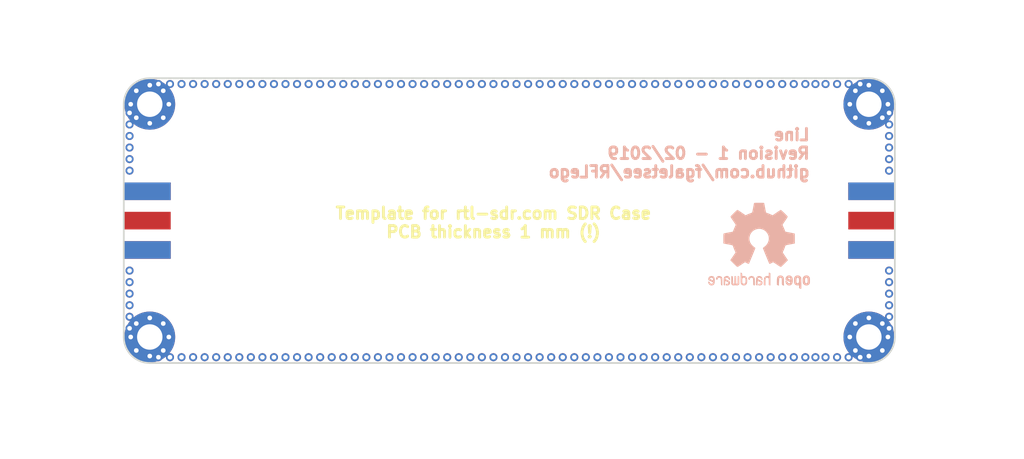
<source format=kicad_pcb>
(kicad_pcb (version 20171130) (host pcbnew "(5.0.1-3-g963ef8bb5)")

  (general
    (thickness 1.6)
    (drawings 36)
    (tracks 148)
    (zones 0)
    (modules 7)
    (nets 2)
  )

  (page A4)
  (layers
    (0 F.Cu signal)
    (31 B.Cu signal)
    (32 B.Adhes user)
    (33 F.Adhes user)
    (34 B.Paste user)
    (35 F.Paste user)
    (36 B.SilkS user)
    (37 F.SilkS user)
    (38 B.Mask user)
    (39 F.Mask user)
    (40 Dwgs.User user)
    (41 Cmts.User user)
    (42 Eco1.User user)
    (43 Eco2.User user)
    (44 Edge.Cuts user)
    (45 Margin user)
    (46 B.CrtYd user)
    (47 F.CrtYd user)
    (48 B.Fab user)
    (49 F.Fab user hide)
  )

  (setup
    (last_trace_width 0.22)
    (trace_clearance 0.2)
    (zone_clearance 0)
    (zone_45_only no)
    (trace_min 0.2)
    (segment_width 0.15)
    (edge_width 0.15)
    (via_size 0.7)
    (via_drill 0.4)
    (via_min_size 0.6)
    (via_min_drill 0.3)
    (uvia_size 0.3)
    (uvia_drill 0.1)
    (uvias_allowed no)
    (uvia_min_size 0.2)
    (uvia_min_drill 0.1)
    (pcb_text_width 0.3)
    (pcb_text_size 1.5 1.5)
    (mod_edge_width 0.15)
    (mod_text_size 1 1)
    (mod_text_width 0.15)
    (pad_size 4.064 1.524)
    (pad_drill 0)
    (pad_to_mask_clearance 0.051)
    (solder_mask_min_width 0.25)
    (aux_axis_origin 100 100)
    (grid_origin 100 100)
    (visible_elements FFFFFF7F)
    (pcbplotparams
      (layerselection 0x010fc_ffffffff)
      (usegerberextensions false)
      (usegerberattributes false)
      (usegerberadvancedattributes false)
      (creategerberjobfile false)
      (excludeedgelayer true)
      (linewidth 0.100000)
      (plotframeref false)
      (viasonmask false)
      (mode 1)
      (useauxorigin true)
      (hpglpennumber 1)
      (hpglpenspeed 20)
      (hpglpendiameter 15.000000)
      (psnegative false)
      (psa4output false)
      (plotreference true)
      (plotvalue true)
      (plotinvisibletext false)
      (padsonsilk false)
      (subtractmaskfromsilk false)
      (outputformat 1)
      (mirror false)
      (drillshape 0)
      (scaleselection 1)
      (outputdirectory ""))
  )

  (net 0 "")
  (net 1 GND)

  (net_class Default "This is the default net class."
    (clearance 0.2)
    (trace_width 0.22)
    (via_dia 0.7)
    (via_drill 0.4)
    (uvia_dia 0.3)
    (uvia_drill 0.1)
    (diff_pair_gap 0.2)
    (diff_pair_width 0.2)
    (add_net GND)
  )

  (net_class "50 Ohm thin" ""
    (clearance 0.17)
    (trace_width 1)
    (via_dia 0.7)
    (via_drill 0.4)
    (uvia_dia 0.3)
    (uvia_drill 0.1)
    (diff_pair_gap 0.2)
    (diff_pair_width 0.2)
  )

  (net_class 50Ohm ""
    (clearance 0.4)
    (trace_width 1.5)
    (via_dia 0.7)
    (via_drill 0.4)
    (uvia_dia 0.3)
    (uvia_drill 0.1)
    (diff_pair_gap 0.2)
    (diff_pair_width 0.2)
  )

  (module MountingHole:MountingHole_2.2mm_M2_Pad_Via (layer F.Cu) (tedit 5C589B5C) (tstamp 5C654A6F)
    (at 102.25 102.25)
    (descr "Mounting Hole 2.2mm, M2")
    (tags "mounting hole 2.2mm m2")
    (path /5C581276)
    (attr virtual)
    (fp_text reference H1 (at 0 -3.2) (layer F.SilkS) hide
      (effects (font (size 1 1) (thickness 0.15)))
    )
    (fp_text value MountingHole_Pad (at 0 3.2) (layer F.Fab)
      (effects (font (size 1 1) (thickness 0.15)))
    )
    (fp_text user %R (at 0.3 0) (layer F.Fab)
      (effects (font (size 1 1) (thickness 0.15)))
    )
    (fp_circle (center 0 0) (end 2.2 0) (layer Cmts.User) (width 0.15))
    (fp_circle (center 0 0) (end 2.45 0) (layer F.CrtYd) (width 0.05))
    (pad 1 thru_hole circle (at 0 0) (size 4.4 4.4) (drill 2.2) (layers *.Cu *.Mask)
      (net 1 GND))
    (pad 1 thru_hole circle (at 1.65 0) (size 0.7 0.7) (drill 0.4) (layers *.Cu *.Mask)
      (net 1 GND))
    (pad 1 thru_hole circle (at 1.166726 1.166726) (size 0.7 0.7) (drill 0.4) (layers *.Cu *.Mask)
      (net 1 GND))
    (pad 1 thru_hole circle (at 0 1.65) (size 0.7 0.7) (drill 0.4) (layers *.Cu *.Mask)
      (net 1 GND))
    (pad 1 thru_hole circle (at -1.166726 1.166726) (size 0.7 0.7) (drill 0.4) (layers *.Cu *.Mask)
      (net 1 GND))
    (pad 1 thru_hole circle (at -1.65 0) (size 0.7 0.7) (drill 0.4) (layers *.Cu *.Mask)
      (net 1 GND))
    (pad 1 thru_hole circle (at -1.166726 -1.166726) (size 0.7 0.7) (drill 0.4) (layers *.Cu *.Mask)
      (net 1 GND))
    (pad 1 thru_hole circle (at 0 -1.65) (size 0.7 0.7) (drill 0.4) (layers *.Cu *.Mask)
      (net 1 GND))
    (pad 1 thru_hole circle (at 1.166726 -1.166726) (size 0.7 0.7) (drill 0.4) (layers *.Cu *.Mask)
      (net 1 GND))
  )

  (module MountingHole:MountingHole_2.2mm_M2_Pad_Via (layer F.Cu) (tedit 5C589B60) (tstamp 5C654BAF)
    (at 102.25 122.4)
    (descr "Mounting Hole 2.2mm, M2")
    (tags "mounting hole 2.2mm m2")
    (path /5C58129C)
    (attr virtual)
    (fp_text reference H2 (at 0 -3.2) (layer F.SilkS) hide
      (effects (font (size 1 1) (thickness 0.15)))
    )
    (fp_text value MountingHole_Pad (at 0 3.2) (layer F.Fab)
      (effects (font (size 1 1) (thickness 0.15)))
    )
    (fp_circle (center 0 0) (end 2.45 0) (layer F.CrtYd) (width 0.05))
    (fp_circle (center 0 0) (end 2.2 0) (layer Cmts.User) (width 0.15))
    (fp_text user %R (at 0.3 0) (layer F.Fab)
      (effects (font (size 1 1) (thickness 0.15)))
    )
    (pad 1 thru_hole circle (at 1.166726 -1.166726) (size 0.7 0.7) (drill 0.4) (layers *.Cu *.Mask)
      (net 1 GND))
    (pad 1 thru_hole circle (at 0 -1.65) (size 0.7 0.7) (drill 0.4) (layers *.Cu *.Mask)
      (net 1 GND))
    (pad 1 thru_hole circle (at -1.166726 -1.166726) (size 0.7 0.7) (drill 0.4) (layers *.Cu *.Mask)
      (net 1 GND))
    (pad 1 thru_hole circle (at -1.65 0) (size 0.7 0.7) (drill 0.4) (layers *.Cu *.Mask)
      (net 1 GND))
    (pad 1 thru_hole circle (at -1.166726 1.166726) (size 0.7 0.7) (drill 0.4) (layers *.Cu *.Mask)
      (net 1 GND))
    (pad 1 thru_hole circle (at 0 1.65) (size 0.7 0.7) (drill 0.4) (layers *.Cu *.Mask)
      (net 1 GND))
    (pad 1 thru_hole circle (at 1.166726 1.166726) (size 0.7 0.7) (drill 0.4) (layers *.Cu *.Mask)
      (net 1 GND))
    (pad 1 thru_hole circle (at 1.65 0) (size 0.7 0.7) (drill 0.4) (layers *.Cu *.Mask)
      (net 1 GND))
    (pad 1 thru_hole circle (at 0 0) (size 4.4 4.4) (drill 2.2) (layers *.Cu *.Mask)
      (net 1 GND))
  )

  (module MountingHole:MountingHole_2.2mm_M2_Pad_Via (layer F.Cu) (tedit 5C589B6A) (tstamp 5C654A8F)
    (at 164.5 102.25)
    (descr "Mounting Hole 2.2mm, M2")
    (tags "mounting hole 2.2mm m2")
    (path /5C589BDE)
    (attr virtual)
    (fp_text reference H3 (at 0 -3.2) (layer F.SilkS) hide
      (effects (font (size 1 1) (thickness 0.15)))
    )
    (fp_text value MountingHole_Pad (at 0 3.2) (layer F.Fab)
      (effects (font (size 1 1) (thickness 0.15)))
    )
    (fp_text user %R (at 0.3 0) (layer F.Fab)
      (effects (font (size 1 1) (thickness 0.15)))
    )
    (fp_circle (center 0 0) (end 2.2 0) (layer Cmts.User) (width 0.15))
    (fp_circle (center 0 0) (end 2.45 0) (layer F.CrtYd) (width 0.05))
    (pad 1 thru_hole circle (at 0 0) (size 4.4 4.4) (drill 2.2) (layers *.Cu *.Mask)
      (net 1 GND))
    (pad 1 thru_hole circle (at 1.65 0) (size 0.7 0.7) (drill 0.4) (layers *.Cu *.Mask)
      (net 1 GND))
    (pad 1 thru_hole circle (at 1.166726 1.166726) (size 0.7 0.7) (drill 0.4) (layers *.Cu *.Mask)
      (net 1 GND))
    (pad 1 thru_hole circle (at 0 1.65) (size 0.7 0.7) (drill 0.4) (layers *.Cu *.Mask)
      (net 1 GND))
    (pad 1 thru_hole circle (at -1.166726 1.166726) (size 0.7 0.7) (drill 0.4) (layers *.Cu *.Mask)
      (net 1 GND))
    (pad 1 thru_hole circle (at -1.65 0) (size 0.7 0.7) (drill 0.4) (layers *.Cu *.Mask)
      (net 1 GND))
    (pad 1 thru_hole circle (at -1.166726 -1.166726) (size 0.7 0.7) (drill 0.4) (layers *.Cu *.Mask)
      (net 1 GND))
    (pad 1 thru_hole circle (at 0 -1.65) (size 0.7 0.7) (drill 0.4) (layers *.Cu *.Mask)
      (net 1 GND))
    (pad 1 thru_hole circle (at 1.166726 -1.166726) (size 0.7 0.7) (drill 0.4) (layers *.Cu *.Mask)
      (net 1 GND))
  )

  (module MountingHole:MountingHole_2.2mm_M2_Pad_Via (layer F.Cu) (tedit 5C589B67) (tstamp 5C654A9F)
    (at 164.5 122.4)
    (descr "Mounting Hole 2.2mm, M2")
    (tags "mounting hole 2.2mm m2")
    (path /5C589CB1)
    (attr virtual)
    (fp_text reference H4 (at 0 -3.2) (layer F.SilkS) hide
      (effects (font (size 1 1) (thickness 0.15)))
    )
    (fp_text value MountingHole_Pad (at 0 3.2) (layer F.Fab)
      (effects (font (size 1 1) (thickness 0.15)))
    )
    (fp_circle (center 0 0) (end 2.45 0) (layer F.CrtYd) (width 0.05))
    (fp_circle (center 0 0) (end 2.2 0) (layer Cmts.User) (width 0.15))
    (fp_text user %R (at 0.3 0) (layer F.Fab)
      (effects (font (size 1 1) (thickness 0.15)))
    )
    (pad 1 thru_hole circle (at 1.166726 -1.166726) (size 0.7 0.7) (drill 0.4) (layers *.Cu *.Mask)
      (net 1 GND))
    (pad 1 thru_hole circle (at 0 -1.65) (size 0.7 0.7) (drill 0.4) (layers *.Cu *.Mask)
      (net 1 GND))
    (pad 1 thru_hole circle (at -1.166726 -1.166726) (size 0.7 0.7) (drill 0.4) (layers *.Cu *.Mask)
      (net 1 GND))
    (pad 1 thru_hole circle (at -1.65 0) (size 0.7 0.7) (drill 0.4) (layers *.Cu *.Mask)
      (net 1 GND))
    (pad 1 thru_hole circle (at -1.166726 1.166726) (size 0.7 0.7) (drill 0.4) (layers *.Cu *.Mask)
      (net 1 GND))
    (pad 1 thru_hole circle (at 0 1.65) (size 0.7 0.7) (drill 0.4) (layers *.Cu *.Mask)
      (net 1 GND))
    (pad 1 thru_hole circle (at 1.166726 1.166726) (size 0.7 0.7) (drill 0.4) (layers *.Cu *.Mask)
      (net 1 GND))
    (pad 1 thru_hole circle (at 1.65 0) (size 0.7 0.7) (drill 0.4) (layers *.Cu *.Mask)
      (net 1 GND))
    (pad 1 thru_hole circle (at 0 0) (size 4.4 4.4) (drill 2.2) (layers *.Cu *.Mask)
      (net 1 GND))
  )

  (module RFLego_Footprint:SMA_Edge (layer F.Cu) (tedit 5C589B63) (tstamp 5C654AA8)
    (at 100 112.325)
    (path /5C58165C)
    (fp_text reference J1 (at 2.1336 4.6482) (layer F.SilkS) hide
      (effects (font (size 1 1) (thickness 0.15)))
    )
    (fp_text value SMA (at 1.27 6.35) (layer F.Fab) hide
      (effects (font (size 1 1) (thickness 0.15)))
    )
    (pad 1 smd rect (at 2.032 0) (size 4.064 1.524) (layers F.Cu F.Mask))
    (pad 2 smd rect (at 2.032 -2.54) (size 4.064 1.524) (layers F.Cu F.Mask)
      (net 1 GND))
    (pad 2 smd rect (at 2.032 2.54) (size 4.064 1.524) (layers B.Cu B.Mask)
      (net 1 GND))
    (pad 2 smd rect (at 2.032 -2.54) (size 4.064 1.524) (layers B.Cu B.Mask)
      (net 1 GND))
    (pad 2 smd rect (at 2.032 2.54) (size 4.064 1.524) (layers F.Cu F.Mask)
      (net 1 GND))
  )

  (module RFLego_Footprint:SMA_Edge (layer F.Cu) (tedit 5C58AA95) (tstamp 5C654AB1)
    (at 162.718 112.325)
    (path /5C581B40)
    (fp_text reference J2 (at 2.1336 4.6482) (layer F.SilkS) hide
      (effects (font (size 1 1) (thickness 0.15)))
    )
    (fp_text value SMA (at 1.27 6.35) (layer F.Fab) hide
      (effects (font (size 1 1) (thickness 0.15)))
    )
    (pad 2 smd rect (at 2.032 2.54) (size 4.064 1.524) (layers F.Cu F.Mask)
      (net 1 GND))
    (pad 2 smd rect (at 2.032 -2.54) (size 4.064 1.524) (layers B.Cu B.Mask)
      (net 1 GND))
    (pad 2 smd rect (at 2.032 2.54) (size 4.064 1.524) (layers B.Cu B.Mask)
      (net 1 GND))
    (pad 2 smd rect (at 2.032 -2.54) (size 4.064 1.524) (layers F.Cu F.Mask)
      (net 1 GND))
    (pad 1 smd rect (at 2.032 0) (size 4.064 1.524) (layers F.Cu F.Mask))
  )

  (module Symbol:OSHW-Logo2_9.8x8mm_SilkScreen (layer B.Cu) (tedit 0) (tstamp 5C71C66D)
    (at 155 114.5 180)
    (descr "Open Source Hardware Symbol")
    (tags "Logo Symbol OSHW")
    (attr virtual)
    (fp_text reference REF** (at 0 0 180) (layer B.SilkS) hide
      (effects (font (size 1 1) (thickness 0.15)) (justify mirror))
    )
    (fp_text value OSHW-Logo2_9.8x8mm_SilkScreen (at 0.75 0 180) (layer B.Fab) hide
      (effects (font (size 1 1) (thickness 0.15)) (justify mirror))
    )
    (fp_poly (pts (xy 0.139878 3.712224) (xy 0.245612 3.711645) (xy 0.322132 3.710078) (xy 0.374372 3.707028)
      (xy 0.407263 3.702004) (xy 0.425737 3.694511) (xy 0.434727 3.684056) (xy 0.439163 3.670147)
      (xy 0.439594 3.668346) (xy 0.446333 3.635855) (xy 0.458808 3.571748) (xy 0.475719 3.482849)
      (xy 0.495771 3.375981) (xy 0.517664 3.257967) (xy 0.518429 3.253822) (xy 0.540359 3.138169)
      (xy 0.560877 3.035986) (xy 0.578659 2.953402) (xy 0.592381 2.896544) (xy 0.600718 2.871542)
      (xy 0.601116 2.871099) (xy 0.625677 2.85889) (xy 0.676315 2.838544) (xy 0.742095 2.814455)
      (xy 0.742461 2.814326) (xy 0.825317 2.783182) (xy 0.923 2.743509) (xy 1.015077 2.703619)
      (xy 1.019434 2.701647) (xy 1.169407 2.63358) (xy 1.501498 2.860361) (xy 1.603374 2.929496)
      (xy 1.695657 2.991303) (xy 1.773003 3.042267) (xy 1.830064 3.078873) (xy 1.861495 3.097606)
      (xy 1.864479 3.098996) (xy 1.887321 3.09281) (xy 1.929982 3.062965) (xy 1.994128 3.008053)
      (xy 2.081421 2.926666) (xy 2.170535 2.840078) (xy 2.256441 2.754753) (xy 2.333327 2.676892)
      (xy 2.396564 2.611303) (xy 2.441523 2.562795) (xy 2.463576 2.536175) (xy 2.464396 2.534805)
      (xy 2.466834 2.516537) (xy 2.45765 2.486705) (xy 2.434574 2.441279) (xy 2.395337 2.37623)
      (xy 2.33767 2.28753) (xy 2.260795 2.173343) (xy 2.19257 2.072838) (xy 2.131582 1.982697)
      (xy 2.081356 1.908151) (xy 2.045416 1.854435) (xy 2.027287 1.826782) (xy 2.026146 1.824905)
      (xy 2.028359 1.79841) (xy 2.045138 1.746914) (xy 2.073142 1.680149) (xy 2.083122 1.658828)
      (xy 2.126672 1.563841) (xy 2.173134 1.456063) (xy 2.210877 1.362808) (xy 2.238073 1.293594)
      (xy 2.259675 1.240994) (xy 2.272158 1.213503) (xy 2.273709 1.211384) (xy 2.296668 1.207876)
      (xy 2.350786 1.198262) (xy 2.428868 1.183911) (xy 2.523719 1.166193) (xy 2.628143 1.146475)
      (xy 2.734944 1.126126) (xy 2.836926 1.106514) (xy 2.926894 1.089009) (xy 2.997653 1.074978)
      (xy 3.042006 1.065791) (xy 3.052885 1.063193) (xy 3.064122 1.056782) (xy 3.072605 1.042303)
      (xy 3.078714 1.014867) (xy 3.082832 0.969589) (xy 3.085341 0.90158) (xy 3.086621 0.805953)
      (xy 3.087054 0.67782) (xy 3.087077 0.625299) (xy 3.087077 0.198155) (xy 2.9845 0.177909)
      (xy 2.927431 0.16693) (xy 2.842269 0.150905) (xy 2.739372 0.131767) (xy 2.629096 0.111449)
      (xy 2.598615 0.105868) (xy 2.496855 0.086083) (xy 2.408205 0.066627) (xy 2.340108 0.049303)
      (xy 2.300004 0.035912) (xy 2.293323 0.031921) (xy 2.276919 0.003658) (xy 2.253399 -0.051109)
      (xy 2.227316 -0.121588) (xy 2.222142 -0.136769) (xy 2.187956 -0.230896) (xy 2.145523 -0.337101)
      (xy 2.103997 -0.432473) (xy 2.103792 -0.432916) (xy 2.03464 -0.582525) (xy 2.489512 -1.251617)
      (xy 2.1975 -1.544116) (xy 2.10918 -1.63117) (xy 2.028625 -1.707909) (xy 1.96036 -1.770237)
      (xy 1.908908 -1.814056) (xy 1.878794 -1.83527) (xy 1.874474 -1.836616) (xy 1.849111 -1.826016)
      (xy 1.797358 -1.796547) (xy 1.724868 -1.751705) (xy 1.637294 -1.694984) (xy 1.542612 -1.631462)
      (xy 1.446516 -1.566668) (xy 1.360837 -1.510287) (xy 1.291016 -1.465788) (xy 1.242494 -1.436639)
      (xy 1.220782 -1.426308) (xy 1.194293 -1.43505) (xy 1.144062 -1.458087) (xy 1.080451 -1.490631)
      (xy 1.073708 -1.494249) (xy 0.988046 -1.53721) (xy 0.929306 -1.558279) (xy 0.892772 -1.558503)
      (xy 0.873731 -1.538928) (xy 0.87362 -1.538654) (xy 0.864102 -1.515472) (xy 0.841403 -1.460441)
      (xy 0.807282 -1.377822) (xy 0.7635 -1.271872) (xy 0.711816 -1.146852) (xy 0.653992 -1.00702)
      (xy 0.597991 -0.871637) (xy 0.536447 -0.722234) (xy 0.479939 -0.583832) (xy 0.430161 -0.460673)
      (xy 0.388806 -0.357002) (xy 0.357568 -0.277059) (xy 0.338141 -0.225088) (xy 0.332154 -0.205692)
      (xy 0.347168 -0.183443) (xy 0.386439 -0.147982) (xy 0.438807 -0.108887) (xy 0.587941 0.014755)
      (xy 0.704511 0.156478) (xy 0.787118 0.313296) (xy 0.834366 0.482225) (xy 0.844857 0.660278)
      (xy 0.837231 0.742461) (xy 0.795682 0.912969) (xy 0.724123 1.063541) (xy 0.626995 1.192691)
      (xy 0.508734 1.298936) (xy 0.37378 1.38079) (xy 0.226571 1.436768) (xy 0.071544 1.465385)
      (xy -0.086861 1.465156) (xy -0.244206 1.434595) (xy -0.396054 1.372218) (xy -0.537965 1.27654)
      (xy -0.597197 1.222428) (xy -0.710797 1.08348) (xy -0.789894 0.931639) (xy -0.835014 0.771333)
      (xy -0.846684 0.606988) (xy -0.825431 0.443029) (xy -0.77178 0.283882) (xy -0.68626 0.133975)
      (xy -0.569395 -0.002267) (xy -0.438807 -0.108887) (xy -0.384412 -0.149642) (xy -0.345986 -0.184718)
      (xy -0.332154 -0.205726) (xy -0.339397 -0.228635) (xy -0.359995 -0.283365) (xy -0.392254 -0.365672)
      (xy -0.434479 -0.471315) (xy -0.484977 -0.59605) (xy -0.542052 -0.735636) (xy -0.598146 -0.87167)
      (xy -0.660033 -1.021201) (xy -0.717356 -1.159767) (xy -0.768356 -1.283107) (xy -0.811273 -1.386964)
      (xy -0.844347 -1.46708) (xy -0.865819 -1.519195) (xy -0.873775 -1.538654) (xy -0.892571 -1.558423)
      (xy -0.928926 -1.558365) (xy -0.987521 -1.537441) (xy -1.073032 -1.494613) (xy -1.073708 -1.494249)
      (xy -1.138093 -1.461012) (xy -1.190139 -1.436802) (xy -1.219488 -1.426404) (xy -1.220783 -1.426308)
      (xy -1.242876 -1.436855) (xy -1.291652 -1.466184) (xy -1.361669 -1.510827) (xy -1.447486 -1.567314)
      (xy -1.542612 -1.631462) (xy -1.63946 -1.696411) (xy -1.726747 -1.752896) (xy -1.798819 -1.797421)
      (xy -1.850023 -1.82649) (xy -1.874474 -1.836616) (xy -1.89699 -1.823307) (xy -1.942258 -1.786112)
      (xy -2.005756 -1.729128) (xy -2.082961 -1.656449) (xy -2.169349 -1.572171) (xy -2.197601 -1.544016)
      (xy -2.489713 -1.251416) (xy -2.267369 -0.925104) (xy -2.199798 -0.824897) (xy -2.140493 -0.734963)
      (xy -2.092783 -0.66051) (xy -2.059993 -0.606751) (xy -2.045452 -0.578894) (xy -2.045026 -0.576912)
      (xy -2.052692 -0.550655) (xy -2.073311 -0.497837) (xy -2.103315 -0.42731) (xy -2.124375 -0.380093)
      (xy -2.163752 -0.289694) (xy -2.200835 -0.198366) (xy -2.229585 -0.1212) (xy -2.237395 -0.097692)
      (xy -2.259583 -0.034916) (xy -2.281273 0.013589) (xy -2.293187 0.031921) (xy -2.319477 0.043141)
      (xy -2.376858 0.059046) (xy -2.457882 0.077833) (xy -2.555105 0.097701) (xy -2.598615 0.105868)
      (xy -2.709104 0.126171) (xy -2.815084 0.14583) (xy -2.906199 0.162912) (xy -2.972092 0.175482)
      (xy -2.9845 0.177909) (xy -3.087077 0.198155) (xy -3.087077 0.625299) (xy -3.086847 0.765754)
      (xy -3.085901 0.872021) (xy -3.083859 0.948987) (xy -3.080338 1.00154) (xy -3.074957 1.034567)
      (xy -3.067334 1.052955) (xy -3.057088 1.061592) (xy -3.052885 1.063193) (xy -3.02753 1.068873)
      (xy -2.971516 1.080205) (xy -2.892036 1.095821) (xy -2.796288 1.114353) (xy -2.691467 1.134431)
      (xy -2.584768 1.154688) (xy -2.483387 1.173754) (xy -2.394521 1.190261) (xy -2.325363 1.202841)
      (xy -2.283111 1.210125) (xy -2.27371 1.211384) (xy -2.265193 1.228237) (xy -2.24634 1.27313)
      (xy -2.220676 1.33757) (xy -2.210877 1.362808) (xy -2.171352 1.460314) (xy -2.124808 1.568041)
      (xy -2.083123 1.658828) (xy -2.05245 1.728247) (xy -2.032044 1.78529) (xy -2.025232 1.820223)
      (xy -2.026318 1.824905) (xy -2.040715 1.847009) (xy -2.073588 1.896169) (xy -2.12141 1.967152)
      (xy -2.180652 2.054722) (xy -2.247785 2.153643) (xy -2.261059 2.17317) (xy -2.338954 2.28886)
      (xy -2.396213 2.376956) (xy -2.435119 2.441514) (xy -2.457956 2.486589) (xy -2.467006 2.516237)
      (xy -2.464552 2.534515) (xy -2.464489 2.534631) (xy -2.445173 2.558639) (xy -2.402449 2.605053)
      (xy -2.340949 2.669063) (xy -2.265302 2.745855) (xy -2.180139 2.830618) (xy -2.170535 2.840078)
      (xy -2.06321 2.944011) (xy -1.980385 3.020325) (xy -1.920395 3.070429) (xy -1.881577 3.09573)
      (xy -1.86448 3.098996) (xy -1.839527 3.08475) (xy -1.787745 3.051844) (xy -1.71448 3.003792)
      (xy -1.62508 2.94411) (xy -1.524889 2.876312) (xy -1.501499 2.860361) (xy -1.169407 2.63358)
      (xy -1.019435 2.701647) (xy -0.92823 2.741315) (xy -0.830331 2.781209) (xy -0.746169 2.813017)
      (xy -0.742462 2.814326) (xy -0.676631 2.838424) (xy -0.625884 2.8588) (xy -0.601158 2.871064)
      (xy -0.601116 2.871099) (xy -0.593271 2.893266) (xy -0.579934 2.947783) (xy -0.56243 3.02852)
      (xy -0.542083 3.12935) (xy -0.520218 3.244144) (xy -0.518429 3.253822) (xy -0.496496 3.372096)
      (xy -0.47636 3.479458) (xy -0.45932 3.569083) (xy -0.446672 3.634149) (xy -0.439716 3.667832)
      (xy -0.439594 3.668346) (xy -0.435361 3.682675) (xy -0.427129 3.693493) (xy -0.409967 3.701294)
      (xy -0.378942 3.706571) (xy -0.329122 3.709818) (xy -0.255576 3.711528) (xy -0.153371 3.712193)
      (xy -0.017575 3.712307) (xy 0 3.712308) (xy 0.139878 3.712224)) (layer B.SilkS) (width 0.01))
    (fp_poly (pts (xy 4.245224 -2.647838) (xy 4.322528 -2.698361) (xy 4.359814 -2.74359) (xy 4.389353 -2.825663)
      (xy 4.391699 -2.890607) (xy 4.386385 -2.977445) (xy 4.186115 -3.065103) (xy 4.088739 -3.109887)
      (xy 4.025113 -3.145913) (xy 3.992029 -3.177117) (xy 3.98628 -3.207436) (xy 4.004658 -3.240805)
      (xy 4.024923 -3.262923) (xy 4.083889 -3.298393) (xy 4.148024 -3.300879) (xy 4.206926 -3.273235)
      (xy 4.250197 -3.21832) (xy 4.257936 -3.198928) (xy 4.295006 -3.138364) (xy 4.337654 -3.112552)
      (xy 4.396154 -3.090471) (xy 4.396154 -3.174184) (xy 4.390982 -3.23115) (xy 4.370723 -3.279189)
      (xy 4.328262 -3.334346) (xy 4.321951 -3.341514) (xy 4.27472 -3.390585) (xy 4.234121 -3.41692)
      (xy 4.183328 -3.429035) (xy 4.14122 -3.433003) (xy 4.065902 -3.433991) (xy 4.012286 -3.421466)
      (xy 3.978838 -3.402869) (xy 3.926268 -3.361975) (xy 3.889879 -3.317748) (xy 3.86685 -3.262126)
      (xy 3.854359 -3.187047) (xy 3.849587 -3.084449) (xy 3.849206 -3.032376) (xy 3.850501 -2.969948)
      (xy 3.968471 -2.969948) (xy 3.969839 -3.003438) (xy 3.973249 -3.008923) (xy 3.995753 -3.001472)
      (xy 4.044182 -2.981753) (xy 4.108908 -2.953718) (xy 4.122443 -2.947692) (xy 4.204244 -2.906096)
      (xy 4.249312 -2.869538) (xy 4.259217 -2.835296) (xy 4.235526 -2.800648) (xy 4.21596 -2.785339)
      (xy 4.14536 -2.754721) (xy 4.07928 -2.75978) (xy 4.023959 -2.797151) (xy 3.985636 -2.863473)
      (xy 3.973349 -2.916116) (xy 3.968471 -2.969948) (xy 3.850501 -2.969948) (xy 3.85173 -2.91072)
      (xy 3.861032 -2.82071) (xy 3.87946 -2.755167) (xy 3.90936 -2.706912) (xy 3.95308 -2.668767)
      (xy 3.972141 -2.65644) (xy 4.058726 -2.624336) (xy 4.153522 -2.622316) (xy 4.245224 -2.647838)) (layer B.SilkS) (width 0.01))
    (fp_poly (pts (xy 3.570807 -2.636782) (xy 3.594161 -2.646988) (xy 3.649902 -2.691134) (xy 3.697569 -2.754967)
      (xy 3.727048 -2.823087) (xy 3.731846 -2.85667) (xy 3.71576 -2.903556) (xy 3.680475 -2.928365)
      (xy 3.642644 -2.943387) (xy 3.625321 -2.946155) (xy 3.616886 -2.926066) (xy 3.60023 -2.882351)
      (xy 3.592923 -2.862598) (xy 3.551948 -2.794271) (xy 3.492622 -2.760191) (xy 3.416552 -2.761239)
      (xy 3.410918 -2.762581) (xy 3.370305 -2.781836) (xy 3.340448 -2.819375) (xy 3.320055 -2.879809)
      (xy 3.307836 -2.967751) (xy 3.3025 -3.087813) (xy 3.302 -3.151698) (xy 3.301752 -3.252403)
      (xy 3.300126 -3.321054) (xy 3.295801 -3.364673) (xy 3.287454 -3.390282) (xy 3.273765 -3.404903)
      (xy 3.253411 -3.415558) (xy 3.252234 -3.416095) (xy 3.213038 -3.432667) (xy 3.193619 -3.438769)
      (xy 3.190635 -3.420319) (xy 3.188081 -3.369323) (xy 3.18614 -3.292308) (xy 3.184997 -3.195805)
      (xy 3.184769 -3.125184) (xy 3.185932 -2.988525) (xy 3.190479 -2.884851) (xy 3.199999 -2.808108)
      (xy 3.216081 -2.752246) (xy 3.240313 -2.711212) (xy 3.274286 -2.678954) (xy 3.307833 -2.65644)
      (xy 3.388499 -2.626476) (xy 3.482381 -2.619718) (xy 3.570807 -2.636782)) (layer B.SilkS) (width 0.01))
    (fp_poly (pts (xy 2.887333 -2.633528) (xy 2.94359 -2.659117) (xy 2.987747 -2.690124) (xy 3.020101 -2.724795)
      (xy 3.042438 -2.76952) (xy 3.056546 -2.830692) (xy 3.064211 -2.914701) (xy 3.06722 -3.02794)
      (xy 3.067538 -3.102509) (xy 3.067538 -3.39342) (xy 3.017773 -3.416095) (xy 2.978576 -3.432667)
      (xy 2.959157 -3.438769) (xy 2.955442 -3.42061) (xy 2.952495 -3.371648) (xy 2.950691 -3.300153)
      (xy 2.950308 -3.243385) (xy 2.948661 -3.161371) (xy 2.944222 -3.096309) (xy 2.93774 -3.056467)
      (xy 2.93259 -3.048) (xy 2.897977 -3.056646) (xy 2.84364 -3.078823) (xy 2.780722 -3.108886)
      (xy 2.720368 -3.141192) (xy 2.673721 -3.170098) (xy 2.651926 -3.189961) (xy 2.651839 -3.190175)
      (xy 2.653714 -3.226935) (xy 2.670525 -3.262026) (xy 2.700039 -3.290528) (xy 2.743116 -3.300061)
      (xy 2.779932 -3.29895) (xy 2.832074 -3.298133) (xy 2.859444 -3.310349) (xy 2.875882 -3.342624)
      (xy 2.877955 -3.34871) (xy 2.885081 -3.394739) (xy 2.866024 -3.422687) (xy 2.816353 -3.436007)
      (xy 2.762697 -3.43847) (xy 2.666142 -3.42021) (xy 2.616159 -3.394131) (xy 2.554429 -3.332868)
      (xy 2.52169 -3.25767) (xy 2.518753 -3.178211) (xy 2.546424 -3.104167) (xy 2.588047 -3.057769)
      (xy 2.629604 -3.031793) (xy 2.694922 -2.998907) (xy 2.771038 -2.965557) (xy 2.783726 -2.960461)
      (xy 2.867333 -2.923565) (xy 2.91553 -2.891046) (xy 2.93103 -2.858718) (xy 2.91655 -2.822394)
      (xy 2.891692 -2.794) (xy 2.832939 -2.759039) (xy 2.768293 -2.756417) (xy 2.709008 -2.783358)
      (xy 2.666339 -2.837088) (xy 2.660739 -2.85095) (xy 2.628133 -2.901936) (xy 2.58053 -2.939787)
      (xy 2.520461 -2.97085) (xy 2.520461 -2.882768) (xy 2.523997 -2.828951) (xy 2.539156 -2.786534)
      (xy 2.572768 -2.741279) (xy 2.605035 -2.70642) (xy 2.655209 -2.657062) (xy 2.694193 -2.630547)
      (xy 2.736064 -2.619911) (xy 2.78346 -2.618154) (xy 2.887333 -2.633528)) (layer B.SilkS) (width 0.01))
    (fp_poly (pts (xy 2.395929 -2.636662) (xy 2.398911 -2.688068) (xy 2.401247 -2.766192) (xy 2.402749 -2.864857)
      (xy 2.403231 -2.968343) (xy 2.403231 -3.318533) (xy 2.341401 -3.380363) (xy 2.298793 -3.418462)
      (xy 2.26139 -3.433895) (xy 2.21027 -3.432918) (xy 2.189978 -3.430433) (xy 2.126554 -3.4232)
      (xy 2.074095 -3.419055) (xy 2.061308 -3.418672) (xy 2.018199 -3.421176) (xy 1.956544 -3.427462)
      (xy 1.932638 -3.430433) (xy 1.873922 -3.435028) (xy 1.834464 -3.425046) (xy 1.795338 -3.394228)
      (xy 1.781215 -3.380363) (xy 1.719385 -3.318533) (xy 1.719385 -2.663503) (xy 1.76915 -2.640829)
      (xy 1.812002 -2.624034) (xy 1.837073 -2.618154) (xy 1.843501 -2.636736) (xy 1.849509 -2.688655)
      (xy 1.854697 -2.768172) (xy 1.858664 -2.869546) (xy 1.860577 -2.955192) (xy 1.865923 -3.292231)
      (xy 1.91256 -3.298825) (xy 1.954976 -3.294214) (xy 1.97576 -3.279287) (xy 1.98157 -3.251377)
      (xy 1.98653 -3.191925) (xy 1.990246 -3.108466) (xy 1.992324 -3.008532) (xy 1.992624 -2.957104)
      (xy 1.992923 -2.661054) (xy 2.054454 -2.639604) (xy 2.098004 -2.62502) (xy 2.121694 -2.618219)
      (xy 2.122377 -2.618154) (xy 2.124754 -2.636642) (xy 2.127366 -2.687906) (xy 2.129995 -2.765649)
      (xy 2.132421 -2.863574) (xy 2.134115 -2.955192) (xy 2.139461 -3.292231) (xy 2.256692 -3.292231)
      (xy 2.262072 -2.984746) (xy 2.267451 -2.677261) (xy 2.324601 -2.647707) (xy 2.366797 -2.627413)
      (xy 2.39177 -2.618204) (xy 2.392491 -2.618154) (xy 2.395929 -2.636662)) (layer B.SilkS) (width 0.01))
    (fp_poly (pts (xy 1.602081 -2.780289) (xy 1.601833 -2.92632) (xy 1.600872 -3.038655) (xy 1.598794 -3.122678)
      (xy 1.595193 -3.183769) (xy 1.589665 -3.227309) (xy 1.581804 -3.258679) (xy 1.571207 -3.283262)
      (xy 1.563182 -3.297294) (xy 1.496728 -3.373388) (xy 1.41247 -3.421084) (xy 1.319249 -3.438199)
      (xy 1.2259 -3.422546) (xy 1.170312 -3.394418) (xy 1.111957 -3.34576) (xy 1.072186 -3.286333)
      (xy 1.04819 -3.208507) (xy 1.037161 -3.104652) (xy 1.035599 -3.028462) (xy 1.035809 -3.022986)
      (xy 1.172308 -3.022986) (xy 1.173141 -3.110355) (xy 1.176961 -3.168192) (xy 1.185746 -3.206029)
      (xy 1.201474 -3.233398) (xy 1.220266 -3.254042) (xy 1.283375 -3.29389) (xy 1.351137 -3.297295)
      (xy 1.415179 -3.264025) (xy 1.420164 -3.259517) (xy 1.441439 -3.236067) (xy 1.454779 -3.208166)
      (xy 1.462001 -3.166641) (xy 1.464923 -3.102316) (xy 1.465385 -3.0312) (xy 1.464383 -2.941858)
      (xy 1.460238 -2.882258) (xy 1.451236 -2.843089) (xy 1.435667 -2.81504) (xy 1.422902 -2.800144)
      (xy 1.3636 -2.762575) (xy 1.295301 -2.758057) (xy 1.23011 -2.786753) (xy 1.217528 -2.797406)
      (xy 1.196111 -2.821063) (xy 1.182744 -2.849251) (xy 1.175566 -2.891245) (xy 1.172719 -2.956319)
      (xy 1.172308 -3.022986) (xy 1.035809 -3.022986) (xy 1.040322 -2.905765) (xy 1.056362 -2.813577)
      (xy 1.086528 -2.744269) (xy 1.133629 -2.690211) (xy 1.170312 -2.662505) (xy 1.23699 -2.632572)
      (xy 1.314272 -2.618678) (xy 1.38611 -2.622397) (xy 1.426308 -2.6374) (xy 1.442082 -2.64167)
      (xy 1.45255 -2.62575) (xy 1.459856 -2.583089) (xy 1.465385 -2.518106) (xy 1.471437 -2.445732)
      (xy 1.479844 -2.402187) (xy 1.495141 -2.377287) (xy 1.521864 -2.360845) (xy 1.538654 -2.353564)
      (xy 1.602154 -2.326963) (xy 1.602081 -2.780289)) (layer B.SilkS) (width 0.01))
    (fp_poly (pts (xy 0.713362 -2.62467) (xy 0.802117 -2.657421) (xy 0.874022 -2.71535) (xy 0.902144 -2.756128)
      (xy 0.932802 -2.830954) (xy 0.932165 -2.885058) (xy 0.899987 -2.921446) (xy 0.888081 -2.927633)
      (xy 0.836675 -2.946925) (xy 0.810422 -2.941982) (xy 0.80153 -2.909587) (xy 0.801077 -2.891692)
      (xy 0.784797 -2.825859) (xy 0.742365 -2.779807) (xy 0.683388 -2.757564) (xy 0.617475 -2.763161)
      (xy 0.563895 -2.792229) (xy 0.545798 -2.80881) (xy 0.532971 -2.828925) (xy 0.524306 -2.859332)
      (xy 0.518696 -2.906788) (xy 0.515035 -2.97805) (xy 0.512215 -3.079875) (xy 0.511484 -3.112115)
      (xy 0.50882 -3.22241) (xy 0.505792 -3.300036) (xy 0.50125 -3.351396) (xy 0.494046 -3.38289)
      (xy 0.483033 -3.40092) (xy 0.46706 -3.411888) (xy 0.456834 -3.416733) (xy 0.413406 -3.433301)
      (xy 0.387842 -3.438769) (xy 0.379395 -3.420507) (xy 0.374239 -3.365296) (xy 0.372346 -3.272499)
      (xy 0.373689 -3.141478) (xy 0.374107 -3.121269) (xy 0.377058 -3.001733) (xy 0.380548 -2.914449)
      (xy 0.385514 -2.852591) (xy 0.392893 -2.809336) (xy 0.403624 -2.77786) (xy 0.418645 -2.751339)
      (xy 0.426502 -2.739975) (xy 0.471553 -2.689692) (xy 0.52194 -2.650581) (xy 0.528108 -2.647167)
      (xy 0.618458 -2.620212) (xy 0.713362 -2.62467)) (layer B.SilkS) (width 0.01))
    (fp_poly (pts (xy 0.053501 -2.626303) (xy 0.13006 -2.654733) (xy 0.130936 -2.655279) (xy 0.178285 -2.690127)
      (xy 0.213241 -2.730852) (xy 0.237825 -2.783925) (xy 0.254062 -2.855814) (xy 0.263975 -2.952992)
      (xy 0.269586 -3.081928) (xy 0.270077 -3.100298) (xy 0.277141 -3.377287) (xy 0.217695 -3.408028)
      (xy 0.174681 -3.428802) (xy 0.14871 -3.438646) (xy 0.147509 -3.438769) (xy 0.143014 -3.420606)
      (xy 0.139444 -3.371612) (xy 0.137248 -3.300031) (xy 0.136769 -3.242068) (xy 0.136758 -3.14817)
      (xy 0.132466 -3.089203) (xy 0.117503 -3.061079) (xy 0.085482 -3.059706) (xy 0.030014 -3.080998)
      (xy -0.053731 -3.120136) (xy -0.115311 -3.152643) (xy -0.146983 -3.180845) (xy -0.156294 -3.211582)
      (xy -0.156308 -3.213104) (xy -0.140943 -3.266054) (xy -0.095453 -3.29466) (xy -0.025834 -3.298803)
      (xy 0.024313 -3.298084) (xy 0.050754 -3.312527) (xy 0.067243 -3.347218) (xy 0.076733 -3.391416)
      (xy 0.063057 -3.416493) (xy 0.057907 -3.420082) (xy 0.009425 -3.434496) (xy -0.058469 -3.436537)
      (xy -0.128388 -3.426983) (xy -0.177932 -3.409522) (xy -0.24643 -3.351364) (xy -0.285366 -3.270408)
      (xy -0.293077 -3.20716) (xy -0.287193 -3.150111) (xy -0.265899 -3.103542) (xy -0.223735 -3.062181)
      (xy -0.155241 -3.020755) (xy -0.054956 -2.973993) (xy -0.048846 -2.97135) (xy 0.04149 -2.929617)
      (xy 0.097235 -2.895391) (xy 0.121129 -2.864635) (xy 0.115913 -2.833311) (xy 0.084328 -2.797383)
      (xy 0.074883 -2.789116) (xy 0.011617 -2.757058) (xy -0.053936 -2.758407) (xy -0.111028 -2.789838)
      (xy -0.148907 -2.848024) (xy -0.152426 -2.859446) (xy -0.1867 -2.914837) (xy -0.230191 -2.941518)
      (xy -0.293077 -2.96796) (xy -0.293077 -2.899548) (xy -0.273948 -2.80011) (xy -0.217169 -2.708902)
      (xy -0.187622 -2.678389) (xy -0.120458 -2.639228) (xy -0.035044 -2.6215) (xy 0.053501 -2.626303)) (layer B.SilkS) (width 0.01))
    (fp_poly (pts (xy -0.840154 -2.49212) (xy -0.834428 -2.57198) (xy -0.827851 -2.619039) (xy -0.818738 -2.639566)
      (xy -0.805402 -2.639829) (xy -0.801077 -2.637378) (xy -0.743556 -2.619636) (xy -0.668732 -2.620672)
      (xy -0.592661 -2.63891) (xy -0.545082 -2.662505) (xy -0.496298 -2.700198) (xy -0.460636 -2.742855)
      (xy -0.436155 -2.797057) (xy -0.420913 -2.869384) (xy -0.41297 -2.966419) (xy -0.410384 -3.094742)
      (xy -0.410338 -3.119358) (xy -0.410308 -3.39587) (xy -0.471839 -3.41732) (xy -0.515541 -3.431912)
      (xy -0.539518 -3.438706) (xy -0.540223 -3.438769) (xy -0.542585 -3.420345) (xy -0.544594 -3.369526)
      (xy -0.546099 -3.292993) (xy -0.546947 -3.19743) (xy -0.547077 -3.139329) (xy -0.547349 -3.024771)
      (xy -0.548748 -2.942667) (xy -0.552151 -2.886393) (xy -0.558433 -2.849326) (xy -0.568471 -2.824844)
      (xy -0.583139 -2.806325) (xy -0.592298 -2.797406) (xy -0.655211 -2.761466) (xy -0.723864 -2.758775)
      (xy -0.786152 -2.78917) (xy -0.797671 -2.800144) (xy -0.814567 -2.820779) (xy -0.826286 -2.845256)
      (xy -0.833767 -2.880647) (xy -0.837946 -2.934026) (xy -0.839763 -3.012466) (xy -0.840154 -3.120617)
      (xy -0.840154 -3.39587) (xy -0.901685 -3.41732) (xy -0.945387 -3.431912) (xy -0.969364 -3.438706)
      (xy -0.97007 -3.438769) (xy -0.971874 -3.420069) (xy -0.9735 -3.367322) (xy -0.974883 -3.285557)
      (xy -0.975958 -3.179805) (xy -0.97666 -3.055094) (xy -0.976923 -2.916455) (xy -0.976923 -2.381806)
      (xy -0.849923 -2.328236) (xy -0.840154 -2.49212)) (layer B.SilkS) (width 0.01))
    (fp_poly (pts (xy -2.465746 -2.599745) (xy -2.388714 -2.651567) (xy -2.329184 -2.726412) (xy -2.293622 -2.821654)
      (xy -2.286429 -2.891756) (xy -2.287246 -2.921009) (xy -2.294086 -2.943407) (xy -2.312888 -2.963474)
      (xy -2.349592 -2.985733) (xy -2.410138 -3.014709) (xy -2.500466 -3.054927) (xy -2.500923 -3.055129)
      (xy -2.584067 -3.09321) (xy -2.652247 -3.127025) (xy -2.698495 -3.152933) (xy -2.715842 -3.167295)
      (xy -2.715846 -3.167411) (xy -2.700557 -3.198685) (xy -2.664804 -3.233157) (xy -2.623758 -3.25799)
      (xy -2.602963 -3.262923) (xy -2.54623 -3.245862) (xy -2.497373 -3.203133) (xy -2.473535 -3.156155)
      (xy -2.450603 -3.121522) (xy -2.405682 -3.082081) (xy -2.352877 -3.048009) (xy -2.30629 -3.02948)
      (xy -2.296548 -3.028462) (xy -2.285582 -3.045215) (xy -2.284921 -3.088039) (xy -2.29298 -3.145781)
      (xy -2.308173 -3.207289) (xy -2.328914 -3.261409) (xy -2.329962 -3.26351) (xy -2.392379 -3.35066)
      (xy -2.473274 -3.409939) (xy -2.565144 -3.439034) (xy -2.660487 -3.435634) (xy -2.751802 -3.397428)
      (xy -2.755862 -3.394741) (xy -2.827694 -3.329642) (xy -2.874927 -3.244705) (xy -2.901066 -3.133021)
      (xy -2.904574 -3.101643) (xy -2.910787 -2.953536) (xy -2.903339 -2.884468) (xy -2.715846 -2.884468)
      (xy -2.71341 -2.927552) (xy -2.700086 -2.940126) (xy -2.666868 -2.930719) (xy -2.614506 -2.908483)
      (xy -2.555976 -2.88061) (xy -2.554521 -2.879872) (xy -2.504911 -2.853777) (xy -2.485 -2.836363)
      (xy -2.48991 -2.818107) (xy -2.510584 -2.79412) (xy -2.563181 -2.759406) (xy -2.619823 -2.756856)
      (xy -2.670631 -2.782119) (xy -2.705724 -2.830847) (xy -2.715846 -2.884468) (xy -2.903339 -2.884468)
      (xy -2.898008 -2.835036) (xy -2.865222 -2.741055) (xy -2.819579 -2.675215) (xy -2.737198 -2.608681)
      (xy -2.646454 -2.575676) (xy -2.553815 -2.573573) (xy -2.465746 -2.599745)) (layer B.SilkS) (width 0.01))
    (fp_poly (pts (xy -3.983114 -2.587256) (xy -3.891536 -2.635409) (xy -3.823951 -2.712905) (xy -3.799943 -2.762727)
      (xy -3.781262 -2.837533) (xy -3.771699 -2.932052) (xy -3.770792 -3.03521) (xy -3.778079 -3.135935)
      (xy -3.793097 -3.223153) (xy -3.815385 -3.285791) (xy -3.822235 -3.296579) (xy -3.903368 -3.377105)
      (xy -3.999734 -3.425336) (xy -4.104299 -3.43945) (xy -4.210032 -3.417629) (xy -4.239457 -3.404547)
      (xy -4.296759 -3.364231) (xy -4.34705 -3.310775) (xy -4.351803 -3.303995) (xy -4.371122 -3.271321)
      (xy -4.383892 -3.236394) (xy -4.391436 -3.190414) (xy -4.395076 -3.124584) (xy -4.396135 -3.030105)
      (xy -4.396154 -3.008923) (xy -4.396106 -3.002182) (xy -4.200769 -3.002182) (xy -4.199632 -3.091349)
      (xy -4.195159 -3.15052) (xy -4.185754 -3.188741) (xy -4.169824 -3.215053) (xy -4.161692 -3.223846)
      (xy -4.114942 -3.257261) (xy -4.069553 -3.255737) (xy -4.02366 -3.226752) (xy -3.996288 -3.195809)
      (xy -3.980077 -3.150643) (xy -3.970974 -3.07942) (xy -3.970349 -3.071114) (xy -3.968796 -2.942037)
      (xy -3.985035 -2.846172) (xy -4.018848 -2.784107) (xy -4.070016 -2.756432) (xy -4.08828 -2.754923)
      (xy -4.13624 -2.762513) (xy -4.169047 -2.788808) (xy -4.189105 -2.839095) (xy -4.198822 -2.918664)
      (xy -4.200769 -3.002182) (xy -4.396106 -3.002182) (xy -4.395426 -2.908249) (xy -4.392371 -2.837906)
      (xy -4.385678 -2.789163) (xy -4.37404 -2.753288) (xy -4.356147 -2.721548) (xy -4.352192 -2.715648)
      (xy -4.285733 -2.636104) (xy -4.213315 -2.589929) (xy -4.125151 -2.571599) (xy -4.095213 -2.570703)
      (xy -3.983114 -2.587256)) (layer B.SilkS) (width 0.01))
    (fp_poly (pts (xy -1.728336 -2.595089) (xy -1.665633 -2.631358) (xy -1.622039 -2.667358) (xy -1.590155 -2.705075)
      (xy -1.56819 -2.751199) (xy -1.554351 -2.812421) (xy -1.546847 -2.895431) (xy -1.543883 -3.006919)
      (xy -1.543539 -3.087062) (xy -1.543539 -3.382065) (xy -1.709615 -3.456515) (xy -1.719385 -3.133402)
      (xy -1.723421 -3.012729) (xy -1.727656 -2.925141) (xy -1.732903 -2.86465) (xy -1.739975 -2.825268)
      (xy -1.749689 -2.801007) (xy -1.762856 -2.78588) (xy -1.767081 -2.782606) (xy -1.831091 -2.757034)
      (xy -1.895792 -2.767153) (xy -1.934308 -2.794) (xy -1.949975 -2.813024) (xy -1.96082 -2.837988)
      (xy -1.967712 -2.875834) (xy -1.971521 -2.933502) (xy -1.973117 -3.017935) (xy -1.973385 -3.105928)
      (xy -1.973437 -3.216323) (xy -1.975328 -3.294463) (xy -1.981655 -3.347165) (xy -1.995017 -3.381242)
      (xy -2.018015 -3.403511) (xy -2.053246 -3.420787) (xy -2.100303 -3.438738) (xy -2.151697 -3.458278)
      (xy -2.145579 -3.111485) (xy -2.143116 -2.986468) (xy -2.140233 -2.894082) (xy -2.136102 -2.827881)
      (xy -2.129893 -2.78142) (xy -2.120774 -2.748256) (xy -2.107917 -2.721944) (xy -2.092416 -2.698729)
      (xy -2.017629 -2.624569) (xy -1.926372 -2.581684) (xy -1.827117 -2.571412) (xy -1.728336 -2.595089)) (layer B.SilkS) (width 0.01))
    (fp_poly (pts (xy -3.231114 -2.584505) (xy -3.156461 -2.621727) (xy -3.090569 -2.690261) (xy -3.072423 -2.715648)
      (xy -3.052655 -2.748866) (xy -3.039828 -2.784945) (xy -3.03249 -2.833098) (xy -3.029187 -2.902536)
      (xy -3.028462 -2.994206) (xy -3.031737 -3.11983) (xy -3.043123 -3.214154) (xy -3.064959 -3.284523)
      (xy -3.099581 -3.338286) (xy -3.14933 -3.382788) (xy -3.152986 -3.385423) (xy -3.202015 -3.412377)
      (xy -3.261055 -3.425712) (xy -3.336141 -3.429) (xy -3.458205 -3.429) (xy -3.458256 -3.547497)
      (xy -3.459392 -3.613492) (xy -3.466314 -3.652202) (xy -3.484402 -3.675419) (xy -3.519038 -3.694933)
      (xy -3.527355 -3.69892) (xy -3.56628 -3.717603) (xy -3.596417 -3.729403) (xy -3.618826 -3.730422)
      (xy -3.634567 -3.716761) (xy -3.644698 -3.684522) (xy -3.650277 -3.629804) (xy -3.652365 -3.548711)
      (xy -3.652019 -3.437344) (xy -3.6503 -3.291802) (xy -3.649763 -3.248269) (xy -3.647828 -3.098205)
      (xy -3.646096 -3.000042) (xy -3.458308 -3.000042) (xy -3.457252 -3.083364) (xy -3.452562 -3.13788)
      (xy -3.441949 -3.173837) (xy -3.423128 -3.201482) (xy -3.41035 -3.214965) (xy -3.35811 -3.254417)
      (xy -3.311858 -3.257628) (xy -3.264133 -3.225049) (xy -3.262923 -3.223846) (xy -3.243506 -3.198668)
      (xy -3.231693 -3.164447) (xy -3.225735 -3.111748) (xy -3.22388 -3.031131) (xy -3.223846 -3.013271)
      (xy -3.22833 -2.902175) (xy -3.242926 -2.825161) (xy -3.26935 -2.778147) (xy -3.309317 -2.75705)
      (xy -3.332416 -2.754923) (xy -3.387238 -2.7649) (xy -3.424842 -2.797752) (xy -3.447477 -2.857857)
      (xy -3.457394 -2.949598) (xy -3.458308 -3.000042) (xy -3.646096 -3.000042) (xy -3.645778 -2.98206)
      (xy -3.643127 -2.894679) (xy -3.639394 -2.830905) (xy -3.634093 -2.785582) (xy -3.626742 -2.753555)
      (xy -3.616857 -2.729668) (xy -3.603954 -2.708764) (xy -3.598421 -2.700898) (xy -3.525031 -2.626595)
      (xy -3.43224 -2.584467) (xy -3.324904 -2.572722) (xy -3.231114 -2.584505)) (layer B.SilkS) (width 0.01))
  )

  (dimension 24.65 (width 0.3) (layer Cmts.User)
    (gr_text "24.650 mm" (at 176 112.325 270) (layer Cmts.User)
      (effects (font (size 1.5 1.5) (thickness 0.3)))
    )
    (feature1 (pts (xy 164.5 124.65) (xy 174.486421 124.65)))
    (feature2 (pts (xy 164.5 100) (xy 174.486421 100)))
    (crossbar (pts (xy 173.9 100) (xy 173.9 124.65)))
    (arrow1a (pts (xy 173.9 124.65) (xy 173.313579 123.523496)))
    (arrow1b (pts (xy 173.9 124.65) (xy 174.486421 123.523496)))
    (arrow2a (pts (xy 173.9 100) (xy 173.313579 101.126504)))
    (arrow2b (pts (xy 173.9 100) (xy 174.486421 101.126504)))
  )
  (dimension 66.75 (width 0.3) (layer Cmts.User)
    (gr_text "66.750 mm" (at 133.375 134.35) (layer Cmts.User)
      (effects (font (size 1.5 1.5) (thickness 0.3)))
    )
    (feature1 (pts (xy 166.75 122.5) (xy 166.75 132.836421)))
    (feature2 (pts (xy 100 122.5) (xy 100 132.836421)))
    (crossbar (pts (xy 100 132.25) (xy 166.75 132.25)))
    (arrow1a (pts (xy 166.75 132.25) (xy 165.623496 132.836421)))
    (arrow1b (pts (xy 166.75 132.25) (xy 165.623496 131.663579)))
    (arrow2a (pts (xy 100 132.25) (xy 101.126504 132.836421)))
    (arrow2b (pts (xy 100 132.25) (xy 101.126504 131.663579)))
  )
  (gr_line (start 166.75 115.05) (end 166.75 122.4) (layer F.Mask) (width 2) (tstamp 5C768220))
  (gr_line (start 100 115.05) (end 100 122.4) (layer F.Mask) (width 2) (tstamp 5C7681F3))
  (gr_text "Template for rtl-sdr.com SDR Case\nPCB thickness 1 mm (!)" (at 132 112.5) (layer F.SilkS)
    (effects (font (size 1 1) (thickness 0.25)))
  )
  (dimension 20.150062 (width 0.25) (layer Dwgs.User)
    (gr_text "20.150 mm" (at 93 112.324969 90) (layer Dwgs.User)
      (effects (font (size 1 1) (thickness 0.25)))
    )
    (feature1 (pts (xy 102.3 102.249938) (xy 93.913579 102.249938)))
    (feature2 (pts (xy 102.3 122.4) (xy 93.913579 122.4)))
    (crossbar (pts (xy 94.5 122.4) (xy 94.5 102.249938)))
    (arrow1a (pts (xy 94.5 102.249938) (xy 95.086421 103.376442)))
    (arrow1b (pts (xy 94.5 102.249938) (xy 93.913579 103.376442)))
    (arrow2a (pts (xy 94.5 122.4) (xy 95.086421 121.273496)))
    (arrow2b (pts (xy 94.5 122.4) (xy 93.913579 121.273496)))
  )
  (dimension 2.25 (width 0.25) (layer Dwgs.User)
    (gr_text "2.250 mm" (at 93 123.525 90) (layer Dwgs.User)
      (effects (font (size 1 1) (thickness 0.25)))
    )
    (feature1 (pts (xy 102.25 122.4) (xy 93.913579 122.4)))
    (feature2 (pts (xy 102.25 124.65) (xy 93.913579 124.65)))
    (crossbar (pts (xy 94.5 124.65) (xy 94.5 122.4)))
    (arrow1a (pts (xy 94.5 122.4) (xy 95.086421 123.526504)))
    (arrow1b (pts (xy 94.5 122.4) (xy 93.913579 123.526504)))
    (arrow2a (pts (xy 94.5 124.65) (xy 95.086421 123.523496)))
    (arrow2b (pts (xy 94.5 124.65) (xy 93.913579 123.523496)))
  )
  (dimension 2.25 (width 0.25) (layer Dwgs.User)
    (gr_text "2.250 mm" (at 93 101.125 90) (layer Dwgs.User)
      (effects (font (size 1 1) (thickness 0.25)))
    )
    (feature1 (pts (xy 102.25 100) (xy 93.913579 100)))
    (feature2 (pts (xy 102.25 102.25) (xy 93.913579 102.25)))
    (crossbar (pts (xy 94.5 102.25) (xy 94.5 100)))
    (arrow1a (pts (xy 94.5 100) (xy 95.086421 101.126504)))
    (arrow1b (pts (xy 94.5 100) (xy 93.913579 101.126504)))
    (arrow2a (pts (xy 94.5 102.25) (xy 95.086421 101.123496)))
    (arrow2b (pts (xy 94.5 102.25) (xy 93.913579 101.123496)))
  )
  (dimension 62.25 (width 0.25) (layer Dwgs.User)
    (gr_text "62.250 mm" (at 133.375 94) (layer Dwgs.User)
      (effects (font (size 1 1) (thickness 0.25)))
    )
    (feature1 (pts (xy 102.25 102.25) (xy 102.25 94.913579)))
    (feature2 (pts (xy 164.5 102.25) (xy 164.5 94.913579)))
    (crossbar (pts (xy 164.5 95.5) (xy 102.25 95.5)))
    (arrow1a (pts (xy 102.25 95.5) (xy 103.376504 94.913579)))
    (arrow1b (pts (xy 102.25 95.5) (xy 103.376504 96.086421)))
    (arrow2a (pts (xy 164.5 95.5) (xy 163.373496 94.913579)))
    (arrow2b (pts (xy 164.5 95.5) (xy 163.373496 96.086421)))
  )
  (dimension 2.25 (width 0.25) (layer Dwgs.User)
    (gr_text "2.250 mm" (at 165.625 94) (layer Dwgs.User)
      (effects (font (size 1 1) (thickness 0.25)))
    )
    (feature1 (pts (xy 166.75 102.25) (xy 166.75 94.913579)))
    (feature2 (pts (xy 164.5 102.25) (xy 164.5 94.913579)))
    (crossbar (pts (xy 164.5 95.5) (xy 166.75 95.5)))
    (arrow1a (pts (xy 166.75 95.5) (xy 165.623496 96.086421)))
    (arrow1b (pts (xy 166.75 95.5) (xy 165.623496 94.913579)))
    (arrow2a (pts (xy 164.5 95.5) (xy 165.626504 96.086421)))
    (arrow2b (pts (xy 164.5 95.5) (xy 165.626504 94.913579)))
  )
  (dimension 2.25 (width 0.25) (layer Dwgs.User)
    (gr_text "2.250 mm" (at 101.125 94) (layer Dwgs.User)
      (effects (font (size 1 1) (thickness 0.25)))
    )
    (feature1 (pts (xy 100 102.25) (xy 100 94.913579)))
    (feature2 (pts (xy 102.25 102.25) (xy 102.25 94.913579)))
    (crossbar (pts (xy 102.25 95.5) (xy 100 95.5)))
    (arrow1a (pts (xy 100 95.5) (xy 101.126504 94.913579)))
    (arrow1b (pts (xy 100 95.5) (xy 101.126504 96.086421)))
    (arrow2a (pts (xy 102.25 95.5) (xy 101.123496 94.913579)))
    (arrow2b (pts (xy 102.25 95.5) (xy 101.123496 96.086421)))
  )
  (gr_text "Line\nRevision 1 - 02/2019\ngithub.com/fgaletsee/RFLego" (at 159.5 106.5) (layer B.SilkS) (tstamp 5C766D5A)
    (effects (font (size 1 1) (thickness 0.25)) (justify left mirror))
  )
  (gr_arc (start 102.25 122.4) (end 100 122.4) (angle -90) (layer Edge.Cuts) (width 0.15) (tstamp 5C655021))
  (gr_arc (start 102.25 122.4) (end 100 122.4) (angle -90) (layer F.Mask) (width 2) (tstamp 5C655021))
  (gr_arc (start 102.25 102.25) (end 102.25 100) (angle -90) (layer B.Mask) (width 2) (tstamp 5C655021))
  (gr_arc (start 102.25 102.25) (end 102.25 100) (angle -90) (layer F.Mask) (width 2) (tstamp 5C655021))
  (gr_arc (start 164.5 102.25) (end 166.75 102.25) (angle -90) (layer B.Mask) (width 2) (tstamp 5C654FA2))
  (gr_arc (start 164.5 102.25) (end 166.75 102.25) (angle -90) (layer F.Mask) (width 2) (tstamp 5C654FA2))
  (gr_arc (start 164.5 122.4) (end 164.5 124.65) (angle -90) (layer B.Mask) (width 2) (tstamp 5C654FA2))
  (gr_arc (start 164.5 122.4) (end 164.5 124.65) (angle -90) (layer Edge.Cuts) (width 0.15) (tstamp 5C654FA2))
  (gr_line (start 166.75 102.25) (end 166.75 122.4) (layer B.Mask) (width 2) (tstamp 5C654F60))
  (gr_line (start 166.75 102.25) (end 166.75 122.4) (layer Edge.Cuts) (width 0.15) (tstamp 5C654F60))
  (gr_line (start 100 102.25) (end 100 122.4) (layer B.Mask) (width 2) (tstamp 5C654F60))
  (gr_line (start 100 102.25) (end 100 109.6) (layer F.Mask) (width 2) (tstamp 5C654F60))
  (gr_line (start 102.25 124.65) (end 164.5 124.65) (layer B.Mask) (width 2) (tstamp 5C654E91))
  (gr_line (start 102.25 124.65) (end 164.5 124.65) (layer F.Mask) (width 2) (tstamp 5C654E91))
  (gr_line (start 102.25 100) (end 164.5 100) (layer B.Mask) (width 2) (tstamp 5C654E91))
  (gr_line (start 102.25 100) (end 164.5 100) (layer Edge.Cuts) (width 0.15) (tstamp 5C654E91))
  (gr_arc (start 164.5 122.4) (end 164.5 124.65) (angle -90) (layer F.Mask) (width 2))
  (gr_arc (start 164.5 102.25) (end 166.75 102.25) (angle -90) (layer Edge.Cuts) (width 0.15))
  (gr_arc (start 102.25 102.25) (end 102.25 100) (angle -90) (layer Edge.Cuts) (width 0.15))
  (gr_arc (start 102.25 122.4) (end 100 122.4) (angle -90) (layer B.Mask) (width 2))
  (gr_line (start 166.75 102.25) (end 166.75 109.6) (layer F.Mask) (width 2))
  (gr_line (start 102.25 124.65) (end 164.5 124.65) (layer Edge.Cuts) (width 0.15))
  (gr_line (start 100 102.25) (end 100 122.4) (layer Edge.Cuts) (width 0.15))
  (gr_line (start 102.25 100) (end 164.5 100) (layer F.Mask) (width 2))

  (via (at 100.5 116.65) (size 0.7) (drill 0.4) (layers F.Cu B.Cu) (net 1) (tstamp 5C766CB1))
  (via (at 100.5 118.65) (size 0.7) (drill 0.4) (layers F.Cu B.Cu) (net 1) (tstamp 5C766CB2) (status 30))
  (via (at 100.5 117.65) (size 0.7) (drill 0.4) (layers F.Cu B.Cu) (net 1) (tstamp 5C766CB3))
  (via (at 166.25 117.65) (size 0.7) (drill 0.4) (layers F.Cu B.Cu) (net 1) (tstamp 5C766C9F))
  (via (at 166.25 116.65) (size 0.7) (drill 0.4) (layers F.Cu B.Cu) (net 1) (tstamp 5C766CA0))
  (via (at 166.25 118.65) (size 0.7) (drill 0.4) (layers F.Cu B.Cu) (net 1) (tstamp 5C766CA1) (status 30))
  (via (at 159.875 124.15) (size 0.7) (drill 0.4) (layers F.Cu B.Cu) (net 1))
  (via (at 159.875 100.5) (size 0.7) (drill 0.4) (layers F.Cu B.Cu) (net 1))
  (via (at 126 124.15) (size 0.7) (drill 0.4) (layers F.Cu B.Cu) (net 1) (tstamp 5C766C6C))
  (via (at 128 124.15) (size 0.7) (drill 0.4) (layers F.Cu B.Cu) (net 1) (tstamp 5C766B3B))
  (via (at 133 124.15) (size 0.7) (drill 0.4) (layers F.Cu B.Cu) (net 1) (tstamp 5C766B3C))
  (via (at 134 124.15) (size 0.7) (drill 0.4) (layers F.Cu B.Cu) (net 1) (tstamp 5C766B3D))
  (via (at 159 124.15) (size 0.7) (drill 0.4) (layers F.Cu B.Cu) (net 1) (tstamp 5C766B3E))
  (via (at 138 124.15) (size 0.7) (drill 0.4) (layers F.Cu B.Cu) (net 1) (tstamp 5C766B3F))
  (via (at 150 124.15) (size 0.7) (drill 0.4) (layers F.Cu B.Cu) (net 1) (tstamp 5C766B40))
  (via (at 155 124.15) (size 0.7) (drill 0.4) (layers F.Cu B.Cu) (net 1) (tstamp 5C766B41))
  (via (at 132 124.15) (size 0.7) (drill 0.4) (layers F.Cu B.Cu) (net 1) (tstamp 5C766B42))
  (via (at 130 124.15) (size 0.7) (drill 0.4) (layers F.Cu B.Cu) (net 1) (tstamp 5C766B43))
  (via (at 139 124.15) (size 0.7) (drill 0.4) (layers F.Cu B.Cu) (net 1) (tstamp 5C766B44))
  (via (at 146 124.15) (size 0.7) (drill 0.4) (layers F.Cu B.Cu) (net 1) (tstamp 5C766B45))
  (via (at 144 124.15) (size 0.7) (drill 0.4) (layers F.Cu B.Cu) (net 1) (tstamp 5C766B46))
  (via (at 131 124.15) (size 0.7) (drill 0.4) (layers F.Cu B.Cu) (net 1) (tstamp 5C766B47))
  (via (at 135 124.15) (size 0.7) (drill 0.4) (layers F.Cu B.Cu) (net 1) (tstamp 5C766B48))
  (via (at 149 124.15) (size 0.7) (drill 0.4) (layers F.Cu B.Cu) (net 1) (tstamp 5C766B49))
  (via (at 153 124.15) (size 0.7) (drill 0.4) (layers F.Cu B.Cu) (net 1) (tstamp 5C766B4A))
  (via (at 136 124.15) (size 0.7) (drill 0.4) (layers F.Cu B.Cu) (net 1) (tstamp 5C766B4B))
  (via (at 140 124.15) (size 0.7) (drill 0.4) (layers F.Cu B.Cu) (net 1) (tstamp 5C766B4C))
  (via (at 143 124.15) (size 0.7) (drill 0.4) (layers F.Cu B.Cu) (net 1) (tstamp 5C766B4D))
  (via (at 142 124.15) (size 0.7) (drill 0.4) (layers F.Cu B.Cu) (net 1) (tstamp 5C766B4E))
  (via (at 158 124.15) (size 0.7) (drill 0.4) (layers F.Cu B.Cu) (net 1) (tstamp 5C766B4F))
  (via (at 137 124.15) (size 0.7) (drill 0.4) (layers F.Cu B.Cu) (net 1) (tstamp 5C766B50))
  (via (at 129 124.15) (size 0.7) (drill 0.4) (layers F.Cu B.Cu) (net 1) (tstamp 5C766B51))
  (via (at 141 124.15) (size 0.7) (drill 0.4) (layers F.Cu B.Cu) (net 1) (tstamp 5C766B52))
  (via (at 154 124.15) (size 0.7) (drill 0.4) (layers F.Cu B.Cu) (net 1) (tstamp 5C766B53))
  (via (at 147 124.15) (size 0.7) (drill 0.4) (layers F.Cu B.Cu) (net 1) (tstamp 5C766B54))
  (via (at 152 124.15) (size 0.7) (drill 0.4) (layers F.Cu B.Cu) (net 1) (tstamp 5C766B55))
  (via (at 156 124.15) (size 0.7) (drill 0.4) (layers F.Cu B.Cu) (net 1) (tstamp 5C766B56))
  (via (at 127 124.15) (size 0.7) (drill 0.4) (layers F.Cu B.Cu) (net 1) (tstamp 5C766B57))
  (via (at 145 124.15) (size 0.7) (drill 0.4) (layers F.Cu B.Cu) (net 1) (tstamp 5C766B58))
  (via (at 157 124.15) (size 0.7) (drill 0.4) (layers F.Cu B.Cu) (net 1) (tstamp 5C766B59))
  (via (at 148 124.15) (size 0.7) (drill 0.4) (layers F.Cu B.Cu) (net 1) (tstamp 5C766B5A))
  (via (at 151 124.15) (size 0.7) (drill 0.4) (layers F.Cu B.Cu) (net 1) (tstamp 5C766B5B))
  (via (at 100.5 106) (size 0.7) (drill 0.4) (layers F.Cu B.Cu) (net 1))
  (via (at 100.5 107) (size 0.7) (drill 0.4) (layers F.Cu B.Cu) (net 1))
  (via (at 100.5 108) (size 0.7) (drill 0.4) (layers F.Cu B.Cu) (net 1))
  (via (at 166.25 107) (size 0.7) (drill 0.4) (layers F.Cu B.Cu) (net 1) (tstamp 5C766B22))
  (via (at 166.25 108) (size 0.7) (drill 0.4) (layers F.Cu B.Cu) (net 1) (tstamp 5C766B23))
  (via (at 166.25 106) (size 0.7) (drill 0.4) (layers F.Cu B.Cu) (net 1) (tstamp 5C766B24))
  (via (at 126 100.5) (size 0.7) (drill 0.4) (layers F.Cu B.Cu) (net 1))
  (via (at 127 100.5) (size 0.7) (drill 0.4) (layers F.Cu B.Cu) (net 1))
  (via (at 128 100.5) (size 0.7) (drill 0.4) (layers F.Cu B.Cu) (net 1))
  (via (at 129 100.5) (size 0.7) (drill 0.4) (layers F.Cu B.Cu) (net 1))
  (via (at 130 100.5) (size 0.7) (drill 0.4) (layers F.Cu B.Cu) (net 1))
  (via (at 131 100.5) (size 0.7) (drill 0.4) (layers F.Cu B.Cu) (net 1))
  (via (at 132 100.5) (size 0.7) (drill 0.4) (layers F.Cu B.Cu) (net 1))
  (via (at 133 100.5) (size 0.7) (drill 0.4) (layers F.Cu B.Cu) (net 1))
  (via (at 134 100.5) (size 0.7) (drill 0.4) (layers F.Cu B.Cu) (net 1))
  (via (at 135 100.5) (size 0.7) (drill 0.4) (layers F.Cu B.Cu) (net 1))
  (via (at 136 100.5) (size 0.7) (drill 0.4) (layers F.Cu B.Cu) (net 1))
  (via (at 137 100.5) (size 0.7) (drill 0.4) (layers F.Cu B.Cu) (net 1))
  (via (at 138 100.5) (size 0.7) (drill 0.4) (layers F.Cu B.Cu) (net 1))
  (via (at 139 100.5) (size 0.7) (drill 0.4) (layers F.Cu B.Cu) (net 1))
  (via (at 140 100.5) (size 0.7) (drill 0.4) (layers F.Cu B.Cu) (net 1))
  (via (at 141 100.5) (size 0.7) (drill 0.4) (layers F.Cu B.Cu) (net 1))
  (via (at 142 100.5) (size 0.7) (drill 0.4) (layers F.Cu B.Cu) (net 1))
  (via (at 143 100.5) (size 0.7) (drill 0.4) (layers F.Cu B.Cu) (net 1))
  (via (at 144 100.5) (size 0.7) (drill 0.4) (layers F.Cu B.Cu) (net 1))
  (via (at 145 100.5) (size 0.7) (drill 0.4) (layers F.Cu B.Cu) (net 1))
  (via (at 146 100.5) (size 0.7) (drill 0.4) (layers F.Cu B.Cu) (net 1))
  (via (at 147 100.5) (size 0.7) (drill 0.4) (layers F.Cu B.Cu) (net 1))
  (via (at 148 100.5) (size 0.7) (drill 0.4) (layers F.Cu B.Cu) (net 1))
  (via (at 149 100.5) (size 0.7) (drill 0.4) (layers F.Cu B.Cu) (net 1))
  (via (at 150 100.5) (size 0.7) (drill 0.4) (layers F.Cu B.Cu) (net 1))
  (via (at 151 100.5) (size 0.7) (drill 0.4) (layers F.Cu B.Cu) (net 1))
  (via (at 152 100.5) (size 0.7) (drill 0.4) (layers F.Cu B.Cu) (net 1))
  (via (at 153 100.5) (size 0.7) (drill 0.4) (layers F.Cu B.Cu) (net 1))
  (via (at 154 100.5) (size 0.7) (drill 0.4) (layers F.Cu B.Cu) (net 1))
  (via (at 155 100.5) (size 0.7) (drill 0.4) (layers F.Cu B.Cu) (net 1))
  (via (at 156 100.5) (size 0.7) (drill 0.4) (layers F.Cu B.Cu) (net 1))
  (via (at 157 100.5) (size 0.7) (drill 0.4) (layers F.Cu B.Cu) (net 1))
  (via (at 158 100.5) (size 0.7) (drill 0.4) (layers F.Cu B.Cu) (net 1))
  (via (at 159 100.5) (size 0.7) (drill 0.4) (layers F.Cu B.Cu) (net 1))
  (via (at 166.25 121.65) (size 0.7) (drill 0.4) (layers F.Cu B.Cu) (net 1) (status 30))
  (via (at 166.25 103) (size 0.7) (drill 0.4) (layers F.Cu B.Cu) (net 1) (status 30))
  (via (at 163.75 100.5) (size 0.7) (drill 0.4) (layers F.Cu B.Cu) (net 1) (status 30))
  (via (at 103 100.5) (size 0.7) (drill 0.4) (layers F.Cu B.Cu) (net 1) (status 30))
  (via (at 100.5 103) (size 0.7) (drill 0.4) (layers F.Cu B.Cu) (net 1) (status 30))
  (via (at 100.5 121.65) (size 0.7) (drill 0.4) (layers F.Cu B.Cu) (net 1) (status 30))
  (via (at 163.75 124.15) (size 0.7) (drill 0.4) (layers F.Cu B.Cu) (net 1) (status 30))
  (via (at 162.75 124.15) (size 0.7) (drill 0.4) (layers F.Cu B.Cu) (net 1))
  (via (at 161.75 124.15) (size 0.7) (drill 0.4) (layers F.Cu B.Cu) (net 1))
  (via (at 160.75 124.15) (size 0.7) (drill 0.4) (layers F.Cu B.Cu) (net 1))
  (via (at 125 124.15) (size 0.7) (drill 0.4) (layers F.Cu B.Cu) (net 1))
  (via (at 124 124.15) (size 0.7) (drill 0.4) (layers F.Cu B.Cu) (net 1))
  (via (at 123 124.15) (size 0.7) (drill 0.4) (layers F.Cu B.Cu) (net 1))
  (via (at 122 124.15) (size 0.7) (drill 0.4) (layers F.Cu B.Cu) (net 1))
  (via (at 121 124.15) (size 0.7) (drill 0.4) (layers F.Cu B.Cu) (net 1))
  (via (at 120 124.15) (size 0.7) (drill 0.4) (layers F.Cu B.Cu) (net 1))
  (via (at 119 124.15) (size 0.7) (drill 0.4) (layers F.Cu B.Cu) (net 1))
  (via (at 118 124.15) (size 0.7) (drill 0.4) (layers F.Cu B.Cu) (net 1))
  (via (at 117 124.15) (size 0.7) (drill 0.4) (layers F.Cu B.Cu) (net 1))
  (via (at 116 124.15) (size 0.7) (drill 0.4) (layers F.Cu B.Cu) (net 1))
  (via (at 115 124.15) (size 0.7) (drill 0.4) (layers F.Cu B.Cu) (net 1))
  (via (at 114 124.15) (size 0.7) (drill 0.4) (layers F.Cu B.Cu) (net 1))
  (via (at 113 124.15) (size 0.7) (drill 0.4) (layers F.Cu B.Cu) (net 1))
  (via (at 112 124.15) (size 0.7) (drill 0.4) (layers F.Cu B.Cu) (net 1))
  (via (at 111 124.15) (size 0.7) (drill 0.4) (layers F.Cu B.Cu) (net 1))
  (via (at 110 124.15) (size 0.7) (drill 0.4) (layers F.Cu B.Cu) (net 1))
  (via (at 109 124.15) (size 0.7) (drill 0.4) (layers F.Cu B.Cu) (net 1))
  (via (at 108 124.15) (size 0.7) (drill 0.4) (layers F.Cu B.Cu) (net 1))
  (via (at 107 124.15) (size 0.7) (drill 0.4) (layers F.Cu B.Cu) (net 1))
  (via (at 106 124.15) (size 0.7) (drill 0.4) (layers F.Cu B.Cu) (net 1))
  (via (at 105 124.15) (size 0.7) (drill 0.4) (layers F.Cu B.Cu) (net 1))
  (via (at 104 124.15) (size 0.7) (drill 0.4) (layers F.Cu B.Cu) (net 1))
  (via (at 103 124.15) (size 0.7) (drill 0.4) (layers F.Cu B.Cu) (net 1) (status 30))
  (via (at 100.5 120.65) (size 0.7) (drill 0.4) (layers F.Cu B.Cu) (net 1))
  (via (at 100.5 104) (size 0.7) (drill 0.4) (layers F.Cu B.Cu) (net 1))
  (via (at 104 100.5) (size 0.7) (drill 0.4) (layers F.Cu B.Cu) (net 1))
  (via (at 105 100.5) (size 0.7) (drill 0.4) (layers F.Cu B.Cu) (net 1))
  (via (at 106 100.5) (size 0.7) (drill 0.4) (layers F.Cu B.Cu) (net 1))
  (via (at 107 100.5) (size 0.7) (drill 0.4) (layers F.Cu B.Cu) (net 1))
  (via (at 108 100.5) (size 0.7) (drill 0.4) (layers F.Cu B.Cu) (net 1))
  (via (at 109 100.5) (size 0.7) (drill 0.4) (layers F.Cu B.Cu) (net 1))
  (via (at 110 100.5) (size 0.7) (drill 0.4) (layers F.Cu B.Cu) (net 1))
  (via (at 111 100.5) (size 0.7) (drill 0.4) (layers F.Cu B.Cu) (net 1))
  (via (at 112 100.5) (size 0.7) (drill 0.4) (layers F.Cu B.Cu) (net 1))
  (via (at 113 100.5) (size 0.7) (drill 0.4) (layers F.Cu B.Cu) (net 1))
  (via (at 114 100.5) (size 0.7) (drill 0.4) (layers F.Cu B.Cu) (net 1))
  (via (at 115 100.5) (size 0.7) (drill 0.4) (layers F.Cu B.Cu) (net 1))
  (via (at 116 100.5) (size 0.7) (drill 0.4) (layers F.Cu B.Cu) (net 1))
  (via (at 117 100.5) (size 0.7) (drill 0.4) (layers F.Cu B.Cu) (net 1))
  (via (at 118 100.5) (size 0.7) (drill 0.4) (layers F.Cu B.Cu) (net 1))
  (via (at 119 100.5) (size 0.7) (drill 0.4) (layers F.Cu B.Cu) (net 1))
  (via (at 120 100.5) (size 0.7) (drill 0.4) (layers F.Cu B.Cu) (net 1))
  (via (at 121 100.5) (size 0.7) (drill 0.4) (layers F.Cu B.Cu) (net 1))
  (via (at 122 100.5) (size 0.7) (drill 0.4) (layers F.Cu B.Cu) (net 1))
  (via (at 123 100.5) (size 0.7) (drill 0.4) (layers F.Cu B.Cu) (net 1))
  (via (at 124 100.5) (size 0.7) (drill 0.4) (layers F.Cu B.Cu) (net 1))
  (via (at 125 100.5) (size 0.7) (drill 0.4) (layers F.Cu B.Cu) (net 1))
  (via (at 160.75 100.5) (size 0.7) (drill 0.4) (layers F.Cu B.Cu) (net 1))
  (via (at 161.75 100.5) (size 0.7) (drill 0.4) (layers F.Cu B.Cu) (net 1))
  (via (at 162.75 100.5) (size 0.7) (drill 0.4) (layers F.Cu B.Cu) (net 1))
  (via (at 166.25 104) (size 0.7) (drill 0.4) (layers F.Cu B.Cu) (net 1))
  (via (at 166.25 120.65) (size 0.7) (drill 0.4) (layers F.Cu B.Cu) (net 1))
  (via (at 100.5 105) (size 0.7) (drill 0.4) (layers F.Cu B.Cu) (net 1))
  (via (at 100.5 119.65) (size 0.7) (drill 0.4) (layers F.Cu B.Cu) (net 1))
  (via (at 166.25 119.65) (size 0.7) (drill 0.4) (layers F.Cu B.Cu) (net 1))
  (via (at 166.25 105) (size 0.7) (drill 0.4) (layers F.Cu B.Cu) (net 1))

  (zone (net 1) (net_name GND) (layer F.Cu) (tstamp 0) (hatch edge 0.508)
    (connect_pads yes (clearance 0))
    (min_thickness 0.254)
    (fill (arc_segments 16) (thermal_gap 0.508) (thermal_bridge_width 0.508))
    (polygon
      (pts
        (xy 166.75 124.65) (xy 100 124.65) (xy 100 100) (xy 166.75 100)
      )
    )
  )
  (zone (net 1) (net_name GND) (layer B.Cu) (tstamp 5C766825) (hatch edge 0.508)
    (connect_pads yes (clearance 0))
    (min_thickness 0.254)
    (fill (arc_segments 16) (thermal_gap 0.508) (thermal_bridge_width 0.508))
    (polygon
      (pts
        (xy 166.75 124.65) (xy 100 124.65) (xy 100 100) (xy 166.75 100)
      )
    )
  )
)

</source>
